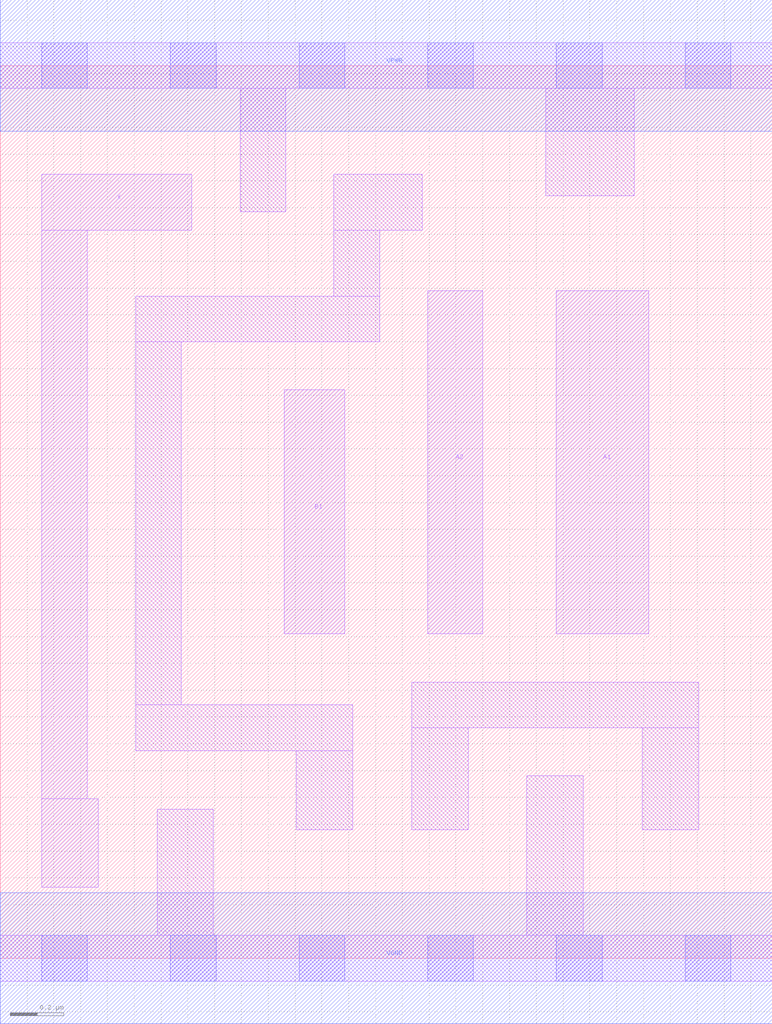
<source format=lef>
# Copyright 2020 The SkyWater PDK Authors
#
# Licensed under the Apache License, Version 2.0 (the "License");
# you may not use this file except in compliance with the License.
# You may obtain a copy of the License at
#
#     https://www.apache.org/licenses/LICENSE-2.0
#
# Unless required by applicable law or agreed to in writing, software
# distributed under the License is distributed on an "AS IS" BASIS,
# WITHOUT WARRANTIES OR CONDITIONS OF ANY KIND, either express or implied.
# See the License for the specific language governing permissions and
# limitations under the License.
#
# SPDX-License-Identifier: Apache-2.0

VERSION 5.7 ;
  NAMESCASESENSITIVE ON ;
  NOWIREEXTENSIONATPIN ON ;
  DIVIDERCHAR "/" ;
  BUSBITCHARS "[]" ;
UNITS
  DATABASE MICRONS 200 ;
END UNITS
MACRO sky130_fd_sc_lp__o21a_m
  CLASS CORE ;
  FOREIGN sky130_fd_sc_lp__o21a_m ;
  ORIGIN  0.000000  0.000000 ;
  SIZE  2.880000 BY  3.330000 ;
  SYMMETRY X Y R90 ;
  SITE unit ;
  PIN A1
    ANTENNAGATEAREA  0.126000 ;
    DIRECTION INPUT ;
    USE SIGNAL ;
    PORT
      LAYER li1 ;
        RECT 2.075000 1.210000 2.420000 2.490000 ;
    END
  END A1
  PIN A2
    ANTENNAGATEAREA  0.126000 ;
    DIRECTION INPUT ;
    USE SIGNAL ;
    PORT
      LAYER li1 ;
        RECT 1.595000 1.210000 1.800000 2.490000 ;
    END
  END A2
  PIN B1
    ANTENNAGATEAREA  0.126000 ;
    DIRECTION INPUT ;
    USE SIGNAL ;
    PORT
      LAYER li1 ;
        RECT 1.060000 1.210000 1.285000 2.120000 ;
    END
  END B1
  PIN X
    ANTENNADIFFAREA  0.222600 ;
    DIRECTION OUTPUT ;
    USE SIGNAL ;
    PORT
      LAYER li1 ;
        RECT 0.155000 0.265000 0.365000 0.595000 ;
        RECT 0.155000 0.595000 0.325000 2.715000 ;
        RECT 0.155000 2.715000 0.715000 2.925000 ;
    END
  END X
  PIN VGND
    DIRECTION INOUT ;
    USE GROUND ;
    PORT
      LAYER met1 ;
        RECT 0.000000 -0.245000 2.880000 0.245000 ;
    END
  END VGND
  PIN VPWR
    DIRECTION INOUT ;
    USE POWER ;
    PORT
      LAYER met1 ;
        RECT 0.000000 3.085000 2.880000 3.575000 ;
    END
  END VPWR
  OBS
    LAYER li1 ;
      RECT 0.000000 -0.085000 2.880000 0.085000 ;
      RECT 0.000000  3.245000 2.880000 3.415000 ;
      RECT 0.505000  0.775000 1.315000 0.945000 ;
      RECT 0.505000  0.945000 0.675000 2.300000 ;
      RECT 0.505000  2.300000 1.415000 2.470000 ;
      RECT 0.585000  0.085000 0.795000 0.555000 ;
      RECT 0.895000  2.785000 1.065000 3.245000 ;
      RECT 1.105000  0.480000 1.315000 0.775000 ;
      RECT 1.245000  2.470000 1.415000 2.715000 ;
      RECT 1.245000  2.715000 1.575000 2.925000 ;
      RECT 1.535000  0.480000 1.745000 0.860000 ;
      RECT 1.535000  0.860000 2.605000 1.030000 ;
      RECT 1.965000  0.085000 2.175000 0.680000 ;
      RECT 2.035000  2.845000 2.365000 3.245000 ;
      RECT 2.395000  0.480000 2.605000 0.860000 ;
    LAYER mcon ;
      RECT 0.155000 -0.085000 0.325000 0.085000 ;
      RECT 0.155000  3.245000 0.325000 3.415000 ;
      RECT 0.635000 -0.085000 0.805000 0.085000 ;
      RECT 0.635000  3.245000 0.805000 3.415000 ;
      RECT 1.115000 -0.085000 1.285000 0.085000 ;
      RECT 1.115000  3.245000 1.285000 3.415000 ;
      RECT 1.595000 -0.085000 1.765000 0.085000 ;
      RECT 1.595000  3.245000 1.765000 3.415000 ;
      RECT 2.075000 -0.085000 2.245000 0.085000 ;
      RECT 2.075000  3.245000 2.245000 3.415000 ;
      RECT 2.555000 -0.085000 2.725000 0.085000 ;
      RECT 2.555000  3.245000 2.725000 3.415000 ;
  END
END sky130_fd_sc_lp__o21a_m
END LIBRARY

</source>
